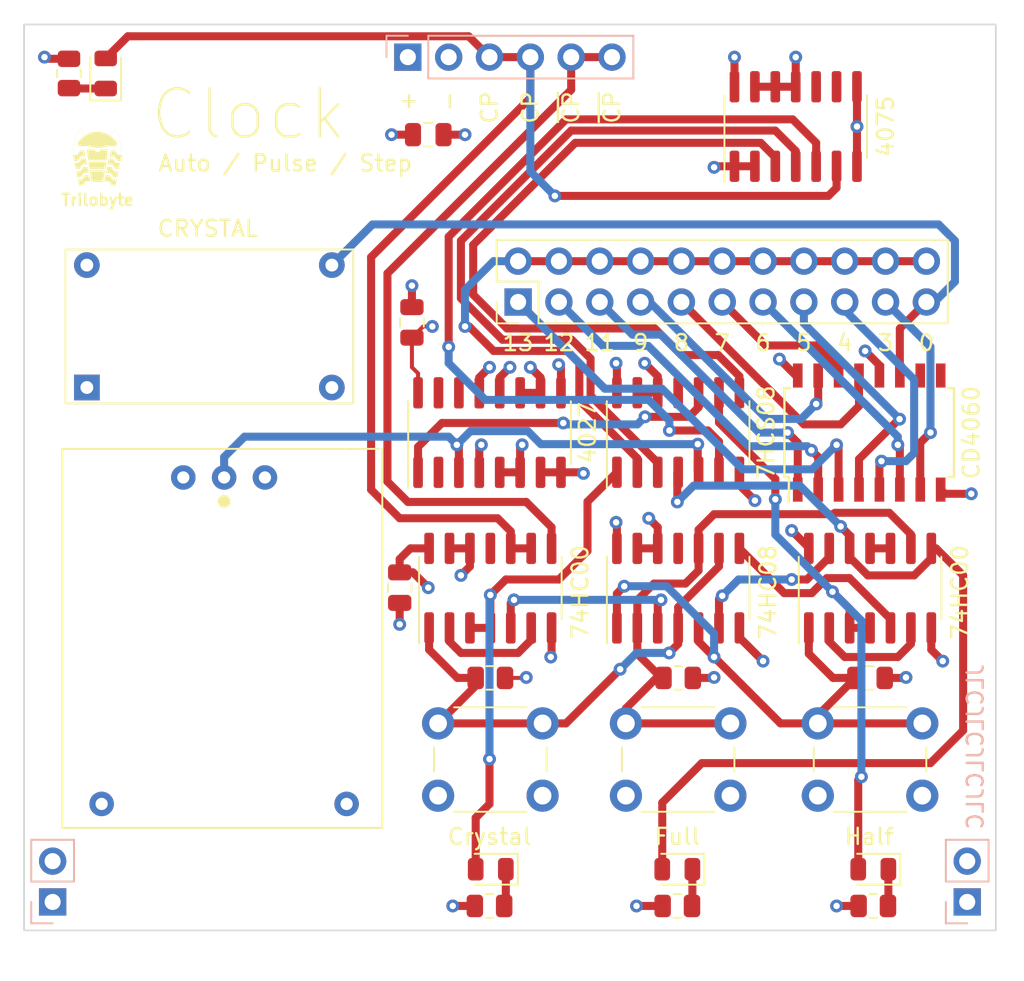
<source format=kicad_pcb>
(kicad_pcb (version 20211014) (generator pcbnew)
  (layers (0 "F.Cu" signal) (1 "In1.Cu" signal) (2 "In2.Cu" signal) (31 "B.Cu" signal) (34 "B.Paste" user) (35 "F.Paste" user) (36 "B.SilkS" user "B.Silkscreen") (37 "F.SilkS" user "F.Silkscreen") (38 "B.Mask" user) (39 "F.Mask" user) (44 "Edge.Cuts" user))
  (net 0 "")
  (net 1 "VCC")
  (net 2 "GND")
  (net 3 "Net-(R1-Pad2)")
  (net 4 "Net-(R2-Pad2)")
  (net 5 "Net-(R3-Pad2)")
  (net 6 "Net-(U1-Pad3)")
  (net 7 "Net-(U1-Pad6)")
  (net 8 "Net-(U1-Pad8)")
  (net 10 "Net-(U2-Pad2)")
  (net 11 "Net-(U2-Pad10)")
  (net 12 "Net-(U3-Pad2)")
  (net 14 "FREQ11")
  (net 16 "FREQ3")
  (net 17 "CLOCK")
  (net 18 "~{CLOCK}")
  (net 19 "FREQ12")
  (net 20 "/CRYSTAL")
  (net 21 "FREQ13")
  (net 22 "FREQ8")
  (net 23 "FREQ9")
  (net 24 "FREQ7")
  (net 25 "FREQ6")
  (net 26 "FREQ5")
  (net 27 "FREQ4")
  (net 28 "/EN2")
  (net 29 "/EN1")
  (net 30 "/EN0")
  (net 31 "/MANUAL_FULL_CLOCK")
  (net 32 "/MANUAL_HALF_CLOCK")
  (net 39 "Net-(J4-Pad21)")
  (net 40 "Net-(D1-Pad1)")
  (net 41 "Net-(D2-Pad1)")
  (net 42 "Net-(D3-Pad1)")
  (net 43 "Net-(D4-Pad1)")
  (net 44 "Net-(U7-Pad3)")
  (net 46 "Net-(U7-Pad4)")
  (net 47 "Net-(U7-Pad5)")
  (footprint "Package_SO:SOIC-14_3.9x8.7mm_P1.27mm" (layer "F.Cu") (at 120.702 105.659 90)
    (fp_text reference "U8" hide)
    (fp_text value "7HCS08")
  )
  (footprint "Package_SO:SOIC-14_3.9x8.7mm_P1.27mm" (layer "F.Cu") (at 109.018 115.347 90)
    (fp_text reference "U3" hide)
    (fp_text value "74HC00")
  )
  (footprint "LED_SMD:LED_0805_2012Metric" (layer "F.Cu") (at 109.0445 132.842 180)
    (fp_text reference "D3" hide)
    (fp_text value "LED" hide)
  )
  (footprint "Package_SO:SOIC-14_3.9x8.7mm_P1.27mm" (layer "F.Cu") (at 120.702 115.347 90)
    (fp_text reference "U1" hide)
    (fp_text value "74HC08")
  )
  (footprint "Button_Switch_THT:SW_PUSH_6mm" (layer "F.Cu") (at 112.268 128.265 180)
    (fp_text reference "SW2" hide)
    (fp_text value "SW_Push" hide)
  )
  (footprint "Resistor_SMD:R_0805_2012Metric" (layer "F.Cu") (at 120.702 120.935 180)
    (fp_text reference "R3" hide)
    (fp_text value "R_Small_US" hide)
  )
  (footprint "Package_SO:SOIC-16_3.9x9.9mm_P1.27mm" (layer "F.Cu") (at 108.966 105.664 90)
    (fp_text reference "U4" hide)
    (fp_text value "4027")
  )
  (footprint "Stephenv6:trilobyte-logo-tiny" (layer "F.Cu") (at 84.572 82.680558)
    (fp_text reference "REF**" hide)
    (fp_text value "trilobyte-logo-tiny" hide)
  )
  (footprint "LED_SMD:LED_0805_2012Metric" (layer "F.Cu") (at 132.842 132.842 180)
    (fp_text reference "D1" hide)
    (fp_text value "LED" hide)
  )
  (footprint "LED_SMD:LED_0805_2012Metric" (layer "F.Cu") (at 85.09 83.312 90)
    (fp_text reference "D4" hide)
    (fp_text value "LED" hide)
  )
  (footprint "Connector_PinHeader_2.54mm:PinHeader_2x11_P2.54mm_Vertical" (layer "F.Cu") (at 110.744 97.536 90)
    (fp_text reference "J4" hide)
    (fp_text value "Conn_02x11_Odd_Even" hide)
  )
  (footprint "Resistor_SMD:R_0805_2012Metric" (layer "F.Cu") (at 132.842 135.128)
    (fp_text reference "R4" hide)
    (fp_text value "R_Small_US" hide)
  )
  (footprint "Button_Switch_THT:SW_PUSH_6mm" (layer "F.Cu") (at 123.952 128.265 180)
    (fp_text reference "SW3" hide)
    (fp_text value "SW_Push" hide)
  )
  (footprint "Capacitor_SMD:C_0805_2012Metric" (layer "F.Cu") (at 104.14 98.806 90)
    (fp_text reference "C1" hide)
    (fp_text value "C" hide)
  )
  (footprint "Resistor_SMD:R_0805_2012Metric" (layer "F.Cu") (at 82.804 83.312 -90)
    (fp_text reference "R7" hide)
    (fp_text value "R_Small_US" hide)
  )
  (footprint "Resistor_SMD:R_0805_2012Metric" (layer "F.Cu") (at 120.65 135.128)
    (fp_text reference "R5" hide)
    (fp_text value "R_Small_US" hide)
  )
  (footprint "Package_SO:SOIC-14_3.9x8.7mm_P1.27mm" (layer "F.Cu") (at 132.64 115.347 90)
    (fp_text reference "U2" hide)
    (fp_text value "74HC00")
  )
  (footprint "LED_SMD:LED_0805_2012Metric" (layer "F.Cu") (at 120.65 132.842 180)
    (fp_text reference "D2" hide)
    (fp_text value "LED" hide)
  )
  (footprint "Resistor_SMD:R_0805_2012Metric" (layer "F.Cu") (at 109.018 120.935 180)
    (fp_text reference "R2" hide)
    (fp_text value "R_Small_US" hide)
  )
  (footprint "Resistor_SMD:R_0805_2012Metric" (layer "F.Cu") (at 132.64 120.935 180)
    (fp_text reference "R1" hide)
    (fp_text value "R_Small_US" hide)
  )
  (footprint "Package_SO:SOIC-16W_5.3x10.2mm_P1.27mm" (layer "F.Cu") (at 132.588 105.664 90)
    (fp_text reference "U6" hide)
    (fp_text value "CD4060")
  )
  (footprint "Capacitor_SMD:C_0805_2012Metric" (layer "F.Cu") (at 105.156 87.122)
    (fp_text reference "C2" hide)
    (fp_text value "C" hide)
  )
  (footprint "LIBRARY-8-bit-computer:COMP-DebounceButton-Component" (layer "F.Cu") (at 89.756 105.158)
    (fp_text reference "U4" hide)
    (fp_text value "DebouncedButton" hide)
  )
  (footprint "Capacitor_SMD:C_0805_2012Metric" (layer "F.Cu") (at 103.378 115.316 -90)
    (fp_text reference "C3" hide)
    (fp_text value "C" hide)
  )
  (footprint "LIBRARY-8-bit-computer:Crystal_DIP_4_14" (layer "F.Cu") (at 79.8475 99.03 90)
    (fp_text reference "Y1" hide)
    (fp_text value "Crystal_GND24" hide)
  )
  (footprint "Button_Switch_THT:SW_PUSH_6mm" (layer "F.Cu") (at 135.89 128.265 180)
    (fp_text reference "SW1" hide)
    (fp_text value "SW_Push" hide)
  )
  (footprint "Package_SO:SOIC-14_3.9x8.7mm_P1.27mm" (layer "F.Cu") (at 128.016 86.614 90)
    (fp_text reference "U7" hide)
    (fp_text value "4075")
  )
  (footprint "Resistor_SMD:R_0805_2012Metric" (layer "F.Cu") (at 108.966 135.128)
    (fp_text reference "R6" hide)
    (fp_text value "R_Small_US" hide)
  )
  (footprint "Connector_PinHeader_2.54mm:PinHeader_1x02_P2.54mm_Vertical" (layer "B.Cu") (at 81.788 134.879)
    (fp_text reference "J3" hide)
    (fp_text value "Conn_01x02" hide)
  )
  (footprint "Connector_PinHeader_2.54mm:PinHeader_1x02_P2.54mm_Vertical" (layer "B.Cu") (at 138.684 134.879)
    (fp_text reference "J2" hide)
    (fp_text value "Conn_01x02" hide)
  )
  (footprint "Connector_PinHeader_2.54mm:PinHeader_1x06_P2.54mm_Vertical" (layer "B.Cu") (at 103.886 82.296 -90)
    (fp_text reference "J1" hide)
    (fp_text value "Conn_01x06" hide)
  )
  (gr_rect (start 80.01 80.264) (end 140.462 136.652) (layer "Edge.Cuts") (width 0.1) (fill none))
  (gr_text "JLCJLCJLCJLC" (at 139.192 125.222 90) (layer "B.SilkS") (effects (font (size 1 1)) (justify mirror)))
  (gr_text "~{CP}" (at 116.586 84.328 90) (layer "F.SilkS") (effects (font (size 1 1)) (justify right)))
  (gr_text "0" (at 136.144 100.076) (layer "F.SilkS") (effects (font (size 1 1))))
  (gr_text "3" (at 133.604 100.076) (layer "F.SilkS") (effects (font (size 1 1))))
  (gr_text "CP" (at 111.506 84.328 90) (layer "F.SilkS") (effects (font (size 1 1)) (justify right)))
  (gr_text "7" (at 123.444 100.076) (layer "F.SilkS") (effects (font (size 1 1))))
  (gr_text "6" (at 125.984 100.076) (layer "F.SilkS") (effects (font (size 1 1))))
  (gr_text "Trilobyte" (at 84.582 91.186) (layer "F.SilkS") (effects (font (size 0.7 0.7))))
  (gr_text "12" (at 113.284 100.076) (layer "F.SilkS") (effects (font (size 1 1))))
  (gr_text "5" (at 128.524 100.076) (layer "F.SilkS") (effects (font (size 1 1))))
  (gr_text "13" (at 110.744 100.076) (layer "F.SilkS") (effects (font (size 1 1))))
  (gr_text "CRYSTAL" (at 91.44 92.964) (layer "F.SilkS") (effects (font (size 1 1))))
  (gr_text "CP" (at 108.966 84.328 90) (layer "F.SilkS") (effects (font (size 1 1)) (justify right)))
  (gr_text "Half" (at 132.588 130.81) (layer "F.SilkS") (effects (font (size 1 1))))
  (gr_text "8" (at 120.904 100.076) (layer "F.SilkS") (effects (font (size 1 1))))
  (gr_text "~{CP}" (at 114.046 84.328 90) (layer "F.SilkS") (effects (font (size 1 1)) (justify right)))
  (gr_text "Full" (at 120.65 130.81) (layer "F.SilkS") (effects (font (size 1 1))))
  (gr_text "9" (at 118.364 100.076) (layer "F.SilkS") (effects (font (size 1 1))))
  (gr_text "+" (at 103.886 84.328 90) (layer "F.SilkS") (effects (font (size 1 1)) (justify right)))
  (gr_text "-" (at 106.426 84.328 90) (layer "F.SilkS") (effects (font (size 1 1)) (justify right)))
  (gr_text "Crystal" (at 108.966 130.81) (layer "F.SilkS") (effects (font (size 1 1))))
  (gr_text "11" (at 115.824 100.076) (layer "F.SilkS") (effects (font (size 1 1))))
  (gr_text "4" (at 131.064 100.076) (layer "F.SilkS") (effects (font (size 1 1))))
  (gr_text "Clock" (at 93.98 85.852) (layer "F.SilkS") (effects (font (size 3 3))))
  (gr_text "Auto / Pulse / Step" (at 96.266 88.9) (layer "F.SilkS") (effects (font (size 1 1))))
  (segment (start 111.221 120.935) (end 111.252 120.904) (width 0.25) (layer "F.Cu") (net 1))
  (segment (start 110.871 106.553) (end 110.998 106.426) (width 0.5) (layer "F.Cu") (net 1))
  (segment (start 121.6145 120.935) (end 122.905 120.935) (width 0.5) (layer "F.Cu") (net 1))
  (segment (start 116.892 112.872) (end 116.892 111.304) (width 0.5) (layer "F.Cu") (net 1))
  (segment (start 104.206 114.366) (end 105.156 115.316) (width 0.5) (layer "F.Cu") (net 1))
  (segment (start 122.905 120.935) (end 122.936 120.904) (width 0.5) (layer "F.Cu") (net 1))
  (segment (start 104.521 103.189) (end 104.521 101.981) (width 0.25) (layer "F.Cu") (net 1))
  (segment (start 116.892 101.398) (end 116.84 101.346) (width 0.5) (layer "F.Cu") (net 1))
  (segment (start 109.9305 120.935) (end 111.221 120.935) (width 0.25) (layer "F.Cu") (net 1))
  (segment (start 109.601 108.139) (end 110.871 108.139) (width 0.5) (layer "F.Cu") (net 1))
  (segment (start 110.871 103.189) (end 112.141 103.189) (width 0.5) (layer "F.Cu") (net 1))
  (segment (start 134.843 120.935) (end 134.874 120.904) (width 0.5) (layer "F.Cu") (net 1))
  (segment (start 104.836 99.06) (end 105.41 99.06) (width 0.25) (layer "F.Cu") (net 1))
  (segment (start 103.378 113.538) (end 103.378 114.366) (width 0.5) (layer "F.Cu") (net 1))
  (segment (start 128.83 112.872) (end 128.83 112.828) (width 0.5) (layer "F.Cu") (net 1))
  (segment (start 105.208 112.872) (end 104.044 112.872) (width 0.5) (layer "F.Cu") (net 1))
  (segment (start 104.044 112.872) (end 103.378 113.538) (width 0.5) (layer "F.Cu") (net 1))
  (segment (start 104.521 101.981) (end 104.14 101.6) (width 0.25) (layer "F.Cu") (net 1))
  (segment (start 112.141 102.235) (end 111.506 101.6) (width 0.5) (layer "F.Cu") (net 1))
  (segment (start 110.871 108.139) (end 110.871 106.553) (width 0.5) (layer "F.Cu") (net 1))
  (segment (start 104.14 99.756) (end 104.836 99.06) (width 0.25) (layer "F.Cu") (net 1))
  (segment (start 133.5525 120.935) (end 134.843 120.935) (width 0.5) (layer "F.Cu") (net 1))
  (segment (start 128.83 112.828) (end 127.762 111.76) (width 0.5) (layer "F.Cu") (net 1))
  (segment (start 108.331 103.189) (end 108.331 102.235) (width 0.5) (layer "F.Cu") (net 1))
  (segment (start 103.378 114.366) (end 104.206 114.366) (width 0.5) (layer "F.Cu") (net 1))
  (segment (start 108.331 102.235) (end 108.966 101.6) (width 0.5) (layer "F.Cu") (net 1))
  (segment (start 128.143 102.235) (end 127 101.092) (width 0.5) (layer "F.Cu") (net 1))
  (segment (start 104.14 101.6) (end 104.14 99.756) (width 0.25) (layer "F.Cu") (net 1))
  (segment (start 124.206 84.139) (end 124.206 82.296) (width 0.5) (layer "F.Cu") (net 1))
  (segment (start 104.206 87.122) (end 102.87 87.122) (width 0.5) (layer "F.Cu") (net 1))
  (segment (start 112.141 103.189) (end 112.141 102.235) (width 0.5) (layer "F.Cu") (net 1))
  (segment (start 116.892 103.184) (end 116.892 101.398) (width 0.5) (layer "F.Cu") (net 1))
  (segment (start 116.892 111.304) (end 116.84 111.252) (width 0.5) (layer "F.Cu") (net 1))
  (via (at 134.874 120.904) (size 0.8) (drill 0.4) (layers "F.Cu" "B.Cu") (net 1))
  (via (at 116.84 111.252) (size 0.8) (drill 0.4) (layers "F.Cu" "B.Cu") (net 1))
  (via (at 108.966 101.6) (size 0.8) (drill 0.4) (layers "F.Cu" "B.Cu") (net 1))
  (via (at 111.252 120.904) (size 0.8) (drill 0.4) (layers "F.Cu" "B.Cu") (net 1))
  (via (at 127 101.092) (size 0.8) (drill 0.4) (layers "F.Cu" "B.Cu") (net 1))
  (via (at 102.87 87.122) (size 0.8) (drill 0.4) (layers "F.Cu" "B.Cu") (net 1))
  (via (at 127.762 111.76) (size 0.8) (drill 0.4) (layers "F.Cu" "B.Cu") (net 1))
  (via (at 110.998 106.426) (size 0.8) (drill 0.4) (layers "F.Cu" "B.Cu") (net 1))
  (via (at 124.206 82.296) (size 0.8) (drill 0.4) (layers "F.Cu" "B.Cu") (net 1))
  (via (at 105.156 115.316) (size 0.8) (drill 0.4) (layers "F.Cu" "B.Cu") (net 1))
  (via (at 111.506 101.6) (size 0.8) (drill 0.4) (layers "F.Cu" "B.Cu") (net 1))
  (via (at 116.84 101.346) (size 0.8) (drill 0.4) (layers "F.Cu" "B.Cu") (net 1))
  (via (at 122.936 120.904) (size 0.8) (drill 0.4) (layers "F.Cu" "B.Cu") (net 1))
  (via (at 105.41 99.06) (size 0.8) (drill 0.4) (layers "F.Cu" "B.Cu") (net 1))
  (segment (start 119.7375 135.128) (end 118.11 135.128) (width 0.5) (layer "F.Cu") (net 2))
  (segment (start 124.206 89.089) (end 125.476 89.089) (width 0.5) (layer "F.Cu") (net 2))
  (segment (start 136.45 117.822) (end 136.45 119.178) (width 0.5) (layer "F.Cu") (net 2))
  (segment (start 108.0535 135.128) (end 106.68 135.128) (width 0.5) (layer "F.Cu") (net 2))
  (segment (start 109.601 102.235) (end 110.236 101.6) (width 0.5) (layer "F.Cu") (net 2))
  (segment (start 124.512 108.9305) (end 125.476 109.8945) (width 0.5) (layer "F.Cu") (net 2))
  (segment (start 137.033 109.209) (end 137.298 109.474) (width 0.5) (layer "F.Cu") (net 2))
  (segment (start 128.016 84.139) (end 128.016 82.296) (width 0.5) (layer "F.Cu") (net 2))
  (segment (start 113.411 101.575925) (end 113.268575 101.4335) (width 0.5) (layer "F.Cu") (net 2))
  (segment (start 131.9295 135.128) (end 130.556 135.128) (width 0.5) (layer "F.Cu") (net 2))
  (segment (start 137.298 109.474) (end 138.938 109.474) (width 0.5) (layer "F.Cu") (net 2))
  (segment (start 124.512 108.134) (end 124.512 108.9305) (width 0.5) (layer "F.Cu") (net 2))
  (segment (start 118.162 103.184) (end 119.432 103.184) (width 0.5) (layer "F.Cu") (net 2))
  (segment (start 82.804 82.3995) (end 81.3835 82.3995) (width 0.5) (layer "F.Cu") (net 2))
  (segment (start 136.45 119.178) (end 137.16 119.888) (width 0.5) (layer "F.Cu") (net 2))
  (segment (start 103.378 116.266) (end 103.378 117.602) (width 0.5) (layer "F.Cu") (net 2))
  (segment (start 133.223 101.473) (end 132.334 100.584) (width 0.5) (layer "F.Cu") (net 2))
  (segment (start 112.828 119.582) (end 112.776 119.634) (width 0.5) (layer "F.Cu") (net 2))
  (segment (start 112.141 108.139) (end 113.411 108.139) (width 0.5) (layer "F.Cu") (net 2))
  (segment (start 104.14 97.856) (end 104.14 96.52) (width 0.5) (layer "F.Cu") (net 2))
  (segment (start 124.206 89.089) (end 123.001 89.089) (width 0.5) (layer "F.Cu") (net 2))
  (segment (start 108.331 108.139) (end 108.331 106.553) (width 0.5) (layer "F.Cu") (net 2))
  (segment (start 107.748 112.872) (end 107.748 113.994) (width 0.5) (layer "F.Cu") (net 2))
  (segment (start 113.411 108.139) (end 114.743 108.139) (width 0.5) (layer "F.Cu") (net 2))
  (segment (start 108.331 106.553) (end 108.458 106.426) (width 0.5) (layer "F.Cu") (net 2))
  (segment (start 119.432 103.184) (end 119.432 102.16) (width 0.5) (layer "F.Cu") (net 2))
  (segment (start 119.432 102.16) (end 118.618 101.346) (width 0.5) (layer "F.Cu") (net 2))
  (segment (start 118.162 112.872) (end 119.432 112.872) (width 0.5) (layer "F.Cu") (net 2))
  (segment (start 114.743 108.139) (end 114.808 108.204) (width 0.5) (layer "F.Cu") (net 2))
  (segment (start 124.512 118.416) (end 125.984 119.888) (width 0.5) (layer "F.Cu") (net 2))
  (segment (start 123.001 89.089) (end 122.936 89.154) (width 0.5) (layer "F.Cu") (net 2))
  (segment (start 106.106 87.122) (end 107.442 87.122) (width 0.5) (layer "F.Cu") (net 2))
  (segment (start 119.432 112.872) (end 119.432 111.558) (width 0.5) (layer "F.Cu") (net 2))
  (segment (start 112.828 117.822) (end 112.828 119.582) (width 0.5) (layer "F.Cu") (net 2))
  (segment (start 109.601 103.189) (end 109.601 102.235) (width 0.5) (layer "F.Cu") (net 2))
  (segment (start 133.223 102.109) (end 133.223 101.473) (width 0.5) (layer "F.Cu") (net 2))
  (segment (start 131.826 86.614) (end 131.826 89.089) (width 0.5) (layer "F.Cu") (net 2))
  (segment (start 106.478 112.872) (end 107.748 112.872) (width 0.5) (layer "F.Cu") (net 2))
  (segment (start 107.748 113.994) (end 107.188 114.554) (width 0.5) (layer "F.Cu") (net 2))
  (segment (start 124.512 117.822) (end 124.512 118.416) (width 0.5) (layer "F.Cu") (net 2))
  (segment (start 119.432 111.558) (end 118.872 110.998) (width 0.5) (layer "F.Cu") (net 2))
  (segment (start 113.411 103.189) (end 113.411 101.575925) (width 0.5) (layer "F.Cu") (net 2))
  (segment (start 81.3835 82.3995) (end 81.28 82.296) (width 0.5) (layer "F.Cu") (net 2))
  (segment (start 131.826 84.139) (end 131.826 86.614) (width 0.5) (layer "F.Cu") (net 2))
  (segment (start 125.476 84.139) (end 128.016 84.139) (width 0.5) (layer "F.Cu") (net 2))
  (via (at 106.68 135.128) (size 0.8) (drill 0.4) (layers "F.Cu" "B.Cu") (net 2))
  (via (at 130.556 135.128) (size 0.8) (drill 0.4) (layers "F.Cu" "B.Cu") (net 2))
  (via (at 104.14 96.52) (size 0.8) (drill 0.4) (layers "F.Cu" "B.Cu") (net 2))
  (via (at 81.28 82.296) (size 0.8) (drill 0.4) (layers "F.Cu" "B.Cu") (net 2))
  (via (at 137.16 119.888) (size 0.8) (drill 0.4) (layers "F.Cu" "B.Cu") (net 2))
  (via (at 112.776 119.634) (size 0.8) (drill 0.4) (layers "F.Cu" "B.Cu") (net 2))
  (via (at 114.808 108.204) (size 0.8) (drill 0.4) (layers "F.Cu" "B.Cu") (net 2))
  (via (at 131.826 86.614) (size 0.8) (drill 0.4) (layers "F.Cu" "B.Cu") (net 2))
  (via (at 110.236 101.6) (size 0.8) (drill 0.4) (layers "F.Cu" "B.Cu") (net 2))
  (via (at 103.378 117.602) (size 0.8) (drill 0.4) (layers "F.Cu" "B.Cu") (net 2))
  (via (at 118.11 135.128) (size 0.8) (drill 0.4) (layers "F.Cu" "B.Cu") (net 2))
  (via (at 108.458 106.426) (size 0.8) (drill 0.4) (layers "F.Cu" "B.Cu") (net 2))
  (via (at 128.016 82.296) (size 0.8) (drill 0.4) (layers "F.Cu" "B.Cu") (net 2))
  (via (at 118.618 101.346) (size 0.8) (drill 0.4) (layers "F.Cu" "B.Cu") (net 2))
  (via (at 132.334 100.584) (size 0.8) (drill 0.4) (layers "F.Cu" "B.Cu") (net 2))
  (via (at 118.872 110.998) (size 0.8) (drill 0.4) (layers "F.Cu" "B.Cu") (net 2))
  (via (at 107.188 114.554) (size 0.8) (drill 0.4) (layers "F.Cu" "B.Cu") (net 2))
  (via (at 122.936 89.154) (size 0.8) (drill 0.4) (layers "F.Cu" "B.Cu") (net 2))
  (via (at 138.938 109.474) (size 0.8) (drill 0.4) (layers "F.Cu" "B.Cu") (net 2))
  (via (at 125.984 119.888) (size 0.8) (drill 0.4) (layers "F.Cu" "B.Cu") (net 2))
  (via (at 125.476 109.8945) (size 0.8) (drill 0.4) (layers "F.Cu" "B.Cu") (net 2))
  (via (at 107.442 87.122) (size 0.8) (drill 0.4) (layers "F.Cu" "B.Cu") (net 2))
  (via (at 113.268575 101.4335) (size 0.8) (drill 0.4) (layers "F.Cu" "B.Cu") (net 2))
  (segment (start 121.972 118.67) (end 127.067 123.765) (width 0.5) (layer "F.Cu") (net 3))
  (segment (start 129.39 123.2725) (end 131.7275 120.935) (width 0.5) (layer "F.Cu") (net 3))
  (segment (start 130.333 120.935) (end 128.83 119.432) (width 0.5) (layer "F.Cu") (net 3))
  (segment (start 131.7275 120.935) (end 130.333 120.935) (width 0.5) (layer "F.Cu") (net 3))
  (segment (start 135.89 123.765) (end 129.39 123.765) (width 0.5) (layer "F.Cu") (net 3))
  (segment (start 127.067 123.765) (end 129.39 123.765) (width 0.5) (layer "F.Cu") (net 3))
  (segment (start 116.892 115.6845) (end 117.348 115.2285) (width 0.5) (layer "F.Cu") (net 3))
  (segment (start 128.83 119.432) (end 128.83 117.822) (width 0.5) (layer "F.Cu") (net 3))
  (segment (start 121.972 117.822) (end 121.972 118.67) (width 0.5) (layer "F.Cu") (net 3))
  (segment (start 116.892 117.822) (end 116.892 115.6845) (width 0.5) (layer "F.Cu") (net 3))
  (via (at 117.348 115.2285) (size 0.8) (drill 0.4) (layers "F.Cu" "B.Cu") (net 3))
  (via (at 122.936 119.634) (size 0.8) (drill 0.4) (layers "F.Cu" "B.Cu") (net 3))
  (segment (start 117.348 115.2285) (end 119.985876 115.228499) (width 0.5) (layer "B.Cu") (net 3))
  (segment (start 122.936 118.178623) (end 122.936 119.634) (width 0.5) (layer "B.Cu") (net 3))
  (segment (start 119.985876 115.228499) (end 122.936 118.178623) (width 0.5) (layer "B.Cu") (net 3))
  (segment (start 120.702 116.534) (end 120.702 117.822) (width 0.5) (layer "F.Cu") (net 4))
  (segment (start 123.242 112.872) (end 123.242 113.994) (width 0.5) (layer "F.Cu") (net 4))
  (segment (start 106.965 120.935) (end 108.1055 120.935) (width 0.5) (layer "F.Cu") (net 4))
  (segment (start 123.242 113.994) (end 120.702 116.534) (width 0.5) (layer "F.Cu") (net 4))
  (segment (start 117.094 120.396) (end 113.725 123.765) (width 0.5) (layer "F.Cu") (net 4))
  (segment (start 113.725 123.765) (end 112.268 123.765) (width 0.5) (layer "F.Cu") (net 4))
  (segment (start 120.702 118.82) (end 120.142 119.38) (width 0.5) (layer "F.Cu") (net 4))
  (segment (start 120.702 117.822) (end 120.702 118.82) (width 0.5) (layer "F.Cu") (net 4))
  (segment (start 105.208 117.822) (end 105.208 119.178) (width 0.5) (layer "F.Cu") (net 4))
  (segment (start 108.1055 120.935) (end 108.1055 121.4275) (width 0.5) (layer "F.Cu") (net 4))
  (segment (start 112.268 123.765) (end 105.768 123.765) (width 0.5) (layer "F.Cu") (net 4))
  (segment (start 105.208 119.178) (end 106.965 120.935) (width 0.5) (layer "F.Cu") (net 4))
  (segment (start 108.1055 121.4275) (end 105.768 123.765) (width 0.5) (layer "F.Cu") (net 4))
  (via (at 120.142 119.38) (size 0.8) (drill 0.4) (layers "F.Cu" "B.Cu") (net 4))
  (via (at 117.094 120.396) (size 0.8) (drill 0.4) (layers "F.Cu" "B.Cu") (net 4))
  (segment (start 118.11 119.38) (end 117.094 120.396) (width 0.5) (layer "B.Cu") (net 4))
  (segment (start 118.11 119.38) (end 120.142 119.38) (width 0.5) (layer "B.Cu") (net 4))
  (segment (start 123.952 123.765) (end 117.452 123.765) (width 0.5) (layer "F.Cu") (net 5))
  (segment (start 119.349 120.935) (end 117.452 122.832) (width 0.5) (layer "F.Cu") (net 5))
  (segment (start 135.18 111.997377) (end 135.18 112.872) (width 0.5) (layer "F.Cu") (net 5))
  (segment (start 133.839122 110.656499) (end 135.18 111.997377) (width 0.5) (layer "F.Cu") (net 5))
  (segment (start 121.158 115.062) (end 121.972 114.248) (width 0.5) (layer "F.Cu") (net 5))
  (segment (start 122.936 110.744) (end 130.370623 110.744) (width 0.5) (layer "F.Cu") (net 5))
  (segment (start 121.972 111.708) (end 122.936 110.744) (width 0.5) (layer "F.Cu") (net 5))
  (segment (start 118.162 119.432) (end 119.665 120.935) (width 0.5) (layer "F.Cu") (net 5))
  (segment (start 119.194623 115.062) (end 121.158 115.062) (width 0.5) (layer "F.Cu") (net 5))
  (segment (start 118.162 117.822) (end 118.162 119.432) (width 0.5) (layer "F.Cu") (net 5))
  (segment (start 121.972 114.248) (end 121.972 112.872) (width 0.5) (layer "F.Cu") (net 5))
  (segment (start 118.162 116.094623) (end 119.194623 115.062) (width 0.5) (layer "F.Cu") (net 5))
  (segment (start 121.972 112.872) (end 121.972 111.708) (width 0.5) (layer "F.Cu") (net 5))
  (segment (start 119.349 120.935) (end 119.7895 120.935) (width 0.5) (layer "F.Cu") (net 5))
  (segment (start 117.452 122.832) (end 117.452 123.765) (width 0.5) (layer "F.Cu") (net 5))
  (segment (start 118.162 117.822) (end 118.162 116.094623) (width 0.5) (layer "F.Cu") (net 5))
  (segment (start 130.458124 110.656499) (end 133.839122 110.656499) (width 0.5) (layer "F.Cu") (net 5))
  (segment (start 130.370623 110.744) (end 130.458124 110.656499) (width 0.5) (layer "F.Cu") (net 5))
  (segment (start 110.49 116.078) (end 110.288 116.28) (width 0.5) (layer "F.Cu") (net 6))
  (segment (start 119.432 116.28) (end 119.634 116.078) (width 0.5) (layer "F.Cu") (net 6))
  (segment (start 110.288 116.28) (end 110.288 117.822) (width 0.5) (layer "F.Cu") (net 6))
  (segment (start 119.432 117.822) (end 119.432 116.28) (width 0.5) (layer "F.Cu") (net 6))
  (via (at 110.49 116.078) (size 0.8) (drill 0.4) (layers "F.Cu" "B.Cu") (net 6))
  (via (at 119.634 116.078) (size 0.8) (drill 0.4) (layers "F.Cu" "B.Cu") (net 6))
  (segment (start 110.49 116.078) (end 119.634 116.078) (width 0.5) (layer "B.Cu") (net 6))
  (segment (start 130.1 113.424849) (end 128.716849 114.808) (width 0.5) (layer "F.Cu") (net 7))
  (segment (start 123.444 115.824) (end 123.242 116.026) (width 0.5) (layer "F.Cu") (net 7))
  (segment (start 123.242 116.026) (end 123.242 117.822) (width 0.5) (layer "F.Cu") (net 7))
  (segment (start 128.716849 114.808) (end 127.762 114.808) (width 0.5) (layer "F.Cu") (net 7))
  (via (at 123.444 115.824) (size 0.8) (drill 0.4) (layers "F.Cu" "B.Cu") (net 7))
  (via (at 127.762 114.808) (size 0.8) (drill 0.4) (layers "F.Cu" "B.Cu") (net 7))
  (segment (start 127.762 114.808) (end 124.46 114.808) (width 0.5) (layer "B.Cu") (net 7))
  (segment (start 124.46 114.808) (end 123.444 115.824) (width 0.5) (layer "B.Cu") (net 7))
  (segment (start 129.013122 115.657501) (end 129.950124 114.720499) (width 0.5) (layer "F.Cu") (net 8))
  (segment (start 127.297501 115.657501) (end 129.013122 115.657501) (width 0.5) (layer "F.Cu") (net 8))
  (segment (start 129.950124 114.720499) (end 131.361348 114.720499) (width 0.5) (layer "F.Cu") (net 8))
  (segment (start 131.361348 114.720499) (end 133.91 117.269151) (width 0.5) (layer "F.Cu") (net 8))
  (segment (start 124.512 112.872) (end 127.297501 115.657501) (width 0.5) (layer "F.Cu") (net 8))
  (segment (start 134.366 119.634) (end 135.18 118.82) (width 0.5) (layer "F.Cu") (net 10))
  (segment (start 131.064 119.634) (end 134.366 119.634) (width 0.5) (layer "F.Cu") (net 10))
  (segment (start 135.18 118.82) (end 135.18 117.822) (width 0.5) (layer "F.Cu") (net 10))
  (segment (start 130.1 118.67) (end 131.064 119.634) (width 0.5) (layer "F.Cu") (net 10))
  (segment (start 130.1 117.822) (end 130.1 118.67) (width 0.5) (layer "F.Cu") (net 10))
  (segment (start 133.91 112.872) (end 132.64 112.872) (width 0.5) (layer "F.Cu") (net 11))
  (segment (start 106.478 118.67) (end 106.478 117.822) (width 0.5) (layer "F.Cu") (net 12))
  (segment (start 107.188 119.38) (end 106.478 118.67) (width 0.5) (layer "F.Cu") (net 12))
  (segment (start 111.558 118.566) (end 110.744 119.38) (width 0.5) (layer "F.Cu") (net 12))
  (segment (start 111.558 117.822) (end 111.558 118.566) (width 0.5) (layer "F.Cu") (net 12))
  (segment (start 110.744 119.38) (end 107.188 119.38) (width 0.5) (layer "F.Cu") (net 12))
  (segment (start 128.143 106.299) (end 128.143 109.209) (width 0.5) (layer "F.Cu") (net 14))
  (segment (start 127.508 105.664) (end 128.143 106.299) (width 0.5) (layer "F.Cu") (net 14))
  (via (at 127.508 105.664) (size 0.8) (drill 0.4) (layers "F.Cu" "B.Cu") (net 14))
  (segment (start 117.856 99.568) (end 119.634 99.568) (width 0.5) (layer "B.Cu") (net 14))
  (segment (start 125.73 105.664) (end 127.508 105.664) (width 0.5) (layer "B.Cu") (net 14))
  (segment (start 115.824 97.536) (end 117.856 99.568) (width 0.5) (layer "B.Cu") (net 14))
  (segment (start 119.634 99.568) (end 125.73 105.664) (width 0.5) (layer "B.Cu") (net 14))
  (segment (start 136.398 105.664) (end 135.763 106.299) (width 0.5) (layer "F.Cu") (net 16))
  (segment (start 135.763 106.299) (end 135.763 109.209) (width 0.5) (layer "F.Cu") (net 16))
  (via (at 136.398 105.664) (size 0.8) (drill 0.4) (layers "F.Cu" "B.Cu") (net 16))
  (segment (start 133.604 97.536) (end 136.398 100.33) (width 0.5) (layer "B.Cu") (net 16))
  (segment (start 136.398 100.33) (end 136.398 105.664) (width 0.5) (layer "B.Cu") (net 16))
  (segment (start 130.556 89.089) (end 130.556 90.424) (width 0.5) (layer "F.Cu") (net 17))
  (segment (start 111.506 84.836) (end 111.506 82.296) (width 0.5) (layer "F.Cu") (net 17))
  (segment (start 103.378 110.998) (end 101.6 109.22) (width 0.5) (layer "F.Cu") (net 17))
  (segment (start 109.474 110.998) (end 103.378 110.998) (width 0.5) (layer "F.Cu") (net 17))
  (segment (start 110.288 111.812) (end 109.474 110.998) (width 0.5) (layer "F.Cu") (net 17))
  (segment (start 101.6 94.742) (end 111.506 84.836) (width 0.5) (layer "F.Cu") (net 17))
  (segment (start 107.666489 80.996489) (end 86.468011 80.996489) (width 0.5) (layer "F.Cu") (net 17))
  (segment (start 110.288 112.872) (end 110.288 111.812) (width 0.5) (layer "F.Cu") (net 17))
  (segment (start 108.966 82.296) (end 111.506 82.296) (width 0.5) (layer "F.Cu") (net 17))
  (segment (start 111.558 112.872) (end 110.288 112.872) (width 0.5) (layer "F.Cu") (net 17))
  (segment (start 101.6 109.22) (end 101.6 94.742) (width 0.5) (layer "F.Cu") (net 17))
  (segment (start 108.966 82.296) (end 107.666489 80.996489) (width 0.5) (layer "F.Cu") (net 17))
  (segment (start 86.468011 80.996489) (end 85.09 82.3745) (width 0.5) (layer "F.Cu") (net 17))
  (segment (start 130.556 90.424) (end 130.048 90.932) (width 0.5) (layer "F.Cu") (net 17))
  (segment (start 130.048 90.932) (end 113.03 90.932) (width 0.5) (layer "F.Cu") (net 17))
  (via (at 113.03 90.932) (size 0.8) (drill 0.4) (layers "F.Cu" "B.Cu") (net 17))
  (segment (start 111.506 89.408) (end 111.506 82.296) (width 0.5) (layer "B.Cu") (net 17))
  (segment (start 113.03 90.932) (end 111.506 89.408) (width 0.5) (layer "B.Cu") (net 17))
  (segment (start 102.616 95.758) (end 114.046 84.328) (width 0.5) (layer "F.Cu") (net 18))
  (segment (start 116.586 82.296) (end 114.046 82.296) (width 0.5) (layer "F.Cu") (net 18))
  (segment (start 111.252 109.982) (end 103.886 109.982) (width 0.5) (layer "F.Cu") (net 18))
  (segment (start 112.828 112.872) (end 112.828 111.558) (width 0.5) (layer "F.Cu") (net 18))
  (segment (start 112.828 111.558) (end 111.252 109.982) (width 0.5) (layer "F.Cu") (net 18))
  (segment (start 102.616 108.712) (end 102.616 95.758) (width 0.5) (layer "F.Cu") (net 18))
  (segment (start 114.046 84.328) (end 114.046 82.296) (width 0.5) (layer "F.Cu") (net 18))
  (segment (start 103.886 109.982) (end 102.616 108.712) (width 0.5) (layer "F.Cu") (net 18))
  (segment (start 129.413 109.209) (end 129.413 107.186403) (width 0.5) (layer "F.Cu") (net 19))
  (segment (start 129.413 107.186403) (end 128.9925 106.765903) (width 0.5) (layer "F.Cu") (net 19))
  (via (at 128.9925 106.765903) (size 0.8) (drill 0.4) (layers "F.Cu" "B.Cu") (net 19))
  (segment (start 128.740098 106.513501) (end 128.9925 106.765903) (width 0.5) (layer "B.Cu") (net 19))
  (segment (start 125.082244 106.513501) (end 128.740098 106.513501) (width 0.5) (layer "B.Cu") (net 19))
  (segment (start 116.015511 100.267511) (end 118.836254 100.267511) (width 0.5) (layer "B.Cu") (net 19))
  (segment (start 118.836254 100.267511) (end 125.082244 106.513501) (width 0.5) (layer "B.Cu") (net 19))
  (segment (start 113.284 97.536) (end 116.015511 100.267511) (width 0.5) (layer "B.Cu") (net 19))
  (segment (start 118.162 108.134) (end 118.162 107.266107) (width 0.5) (layer "F.Cu") (net 20))
  (segment (start 113.792 100.584) (end 112.014 100.584) (width 0.5) (layer "F.Cu") (net 20))
  (segment (start 109.22 100.584) (end 108.712 100.076) (width 0.5) (layer "F.Cu") (net 20))
  (segment (start 114.554 103.124) (end 114.554 101.346) (width 0.5) (layer "F.Cu") (net 20))
  (segment (start 118.162 107.266107) (end 114.554 103.658107) (width 0.5) (layer "F.Cu") (net 20))
  (segment (start 108.712 100.076) (end 107.696 99.06) (width 0.5) (layer "F.Cu") (net 20))
  (segment (start 114.554 101.346) (end 113.792 100.584) (width 0.5) (layer "F.Cu") (net 20))
  (segment (start 114.554 103.658107) (end 114.554 103.124) (width 0.5) (layer "F.Cu") (net 20))
  (segment (start 107.696 99.06) (end 107.442 99.06) (width 0.5) (layer "F.Cu") (net 20))
  (segment (start 112.014 100.584) (end 109.22 100.584) (width 0.5) (layer "F.Cu") (net 20))
  (segment (start 110.744 94.996) (end 136.144 94.996) (width 0.5) (layer "F.Cu") (net 20))
  (via (at 107.442 99.06) (size 0.8) (drill 0.4) (layers "F.Cu" "B.Cu") (net 20))
  (segment (start 107.442 99.06) (end 107.442 96.774) (width 0.5) (layer "B.Cu") (net 20))
  (segment (start 109.22 94.996) (end 110.744 94.996) (width 0.5) (layer "B.Cu") (net 20))
  (segment (start 107.442 96.774) (end 109.22 94.996) (width 0.5) (layer "B.Cu") (net 20))
  (segment (start 130.683 106.553) (end 130.683 109.209) (width 0.5) (layer "F.Cu") (net 21))
  (segment (start 130.556 106.426) (end 130.683 106.553) (width 0.5) (layer "F.Cu") (net 21))
  (via (at 130.556 106.426) (size 0.8) (drill 0.4) (layers "F.Cu" "B.Cu") (net 21))
  (segment (start 129.032 107.95) (end 130.556 106.426) (width 0.5) (layer "B.Cu") (net 21))
  (segment (start 110.744 97.536) (end 116.14049 102.93249) (width 0.5) (layer "B.Cu") (net 21))
  (segment (start 119.69649 102.93249) (end 124.714 107.95) (width 0.5) (layer "B.Cu") (net 21))
  (segment (start 124.714 107.95) (end 129.032 107.95) (width 0.5) (layer "B.Cu") (net 21))
  (segment (start 116.14049 102.93249) (end 119.69649 102.93249) (width 0.5) (layer "B.Cu") (net 21))
  (segment (start 131.953 104.013) (end 131.953 102.109) (width 0.5) (layer "F.Cu") (net 22))
  (segment (start 128.524 105.156) (end 130.81 105.156) (width 0.5) (layer "F.Cu") (net 22))
  (segment (start 120.904 97.536) (end 128.524 105.156) (width 0.5) (layer "F.Cu") (net 22))
  (segment (start 130.81 105.156) (end 131.953 104.013) (width 0.5) (layer "F.Cu") (net 22))
  (segment (start 129.413 102.109) (end 129.413 103.759) (width 0.5) (layer "F.Cu") (net 23))
  (segment (start 129.413 103.759) (end 129.286 103.886) (width 0.5) (layer "F.Cu") (net 23))
  (via (at 129.286 103.886) (size 0.8) (drill 0.4) (layers "F.Cu" "B.Cu") (net 23))
  (segment (start 118.925485 97.536) (end 126.203984 104.814499) (width 0.5) (layer "B.Cu") (net 23))
  (segment (start 128.357501 104.814499) (end 129.286 103.886) (width 0.5) (layer "B.Cu") (net 23))
  (segment (start 126.203984 104.814499) (end 128.357501 104.814499) (width 0.5) (layer "B.Cu") (net 23))
  (segment (start 130.683 101.659) (end 130.683 102.109) (width 0.5) (layer "F.Cu") (net 24))
  (segment (start 129.266499 100.242499) (end 130.683 101.659) (width 0.5) (layer "F.Cu") (net 24))
  (segment (start 123.444 97.536) (end 126.150499 100.242499) (width 0.5) (layer "F.Cu") (net 24))
  (segment (start 126.150499 100.242499) (end 129.266499 100.242499) (width 0.5) (layer "F.Cu") (net 24))
  (segment (start 134.366 106.426) (end 134.493 106.553) (width 0.5) (layer "F.Cu") (net 25))
  (segment (start 134.493 106.553) (end 134.493 109.209) (width 0.5) (layer "F.Cu") (net 25))
  (via (at 134.366 106.426) (size 0.8) (drill 0.4) (layers "F.Cu" "B.Cu") (net 25))
  (segment (start 125.984 97.536) (end 134.366 105.918) (width 0.5) (layer "B.Cu") (net 25))
  (segment (start 134.366 105.918) (end 134.366 106.426) (width 0.5) (layer "B.Cu") (net 25))
  (segment (start 131.953 109.209) (end 131.953 107.315) (width 0.5) (layer "F.Cu") (net 26))
  (segment (start 134.440915 104.827085) (end 134.476461 104.827085) (width 0.5) (layer "F.Cu") (net 26))
  (segment (start 131.953 107.315) (end 134.440915 104.827085) (width 0.5) (layer "F.Cu") (net 26))
  (via (at 134.476461 104.827085) (size 0.8) (drill 0.4) (layers "F.Cu" "B.Cu") (net 26))
  (segment (start 128.524 97.536) (end 128.524 98.874624) (width 0.5) (layer "B.Cu") (net 26))
  (segment (start 128.524 98.874624) (end 134.476461 104.827085) (width 0.5) (layer "B.Cu") (net 26))
  (segment (start 133.35 107.442) (end 133.223 107.569) (width 0.5) (layer "F.Cu") (net 27))
  (segment (start 133.223 107.569) (end 133.223 109.209) (width 0.5) (layer "F.Cu") (net 27))
  (via (at 133.35 107.442) (size 0.8) (drill 0.4) (layers "F.Cu" "B.Cu") (net 27))
  (segment (start 135.382 102.362) (end 135.382 106.934) (width 0.5) (layer "B.Cu") (net 27))
  (segment (start 135.382 106.934) (end 135.128 107.188) (width 0.5) (layer "B.Cu") (net 27))
  (segment (start 131.064 98.044) (end 135.382 102.362) (width 0.5) (layer "B.Cu") (net 27))
  (segment (start 135.128 107.188) (end 134.874 107.442) (width 0.5) (layer "B.Cu") (net 27))
  (segment (start 134.874 107.442) (end 133.35 107.442) (width 0.5) (layer "B.Cu") (net 27))
  (segment (start 131.9045 132.842) (end 131.9045 127.284338) (width 0.5) (layer "F.Cu") (net 28))
  (segment (start 131.37 116.638) (end 130.302 115.57) (width 0.5) (layer "F.Cu") (net 28))
  (segment (start 132.64 117.822) (end 131.37 117.822) (width 0.5) (layer "F.Cu") (net 28))
  (segment (start 123.242 103.184) (end 123.242 105.041151) (width 0.5) (layer "F.Cu") (net 28))
  (segment (start 123.242 105.041151) (end 126.746 108.545151) (width 0.5) (layer "F.Cu") (net 28))
  (segment (start 126.746 108.545151) (end 126.746 109.8155) (width 0.5) (layer "F.Cu") (net 28))
  (segment (start 131.37 117.822) (end 131.37 116.638) (width 0.5) (layer "F.Cu") (net 28))
  (segment (start 131.9045 127.284338) (end 132.101338 127.0875) (width 0.5) (layer "F.Cu") (net 28))
  (via (at 130.302 115.57) (size 0.8) (drill 0.4) (layers "F.Cu" "B.Cu") (net 28))
  (via (at 132.101338 127.0875) (size 0.8) (drill 0.4) (layers "F.Cu" "B.Cu") (net 28))
  (via (at 126.746 109.8155) (size 0.8) (drill 0.4) (layers "F.Cu" "B.Cu") (net 28))
  (segment (start 132.101338 117.369338) (end 132.101338 127.0875) (width 0.5) (layer "B.Cu") (net 28))
  (segment (start 126.746 112.014) (end 126.746 109.8155) (width 0.5) (layer "B.Cu") (net 28))
  (segment (start 130.302 115.57) (end 132.101338 117.369338) (width 0.5) (layer "B.Cu") (net 28))
  (segment (start 130.302 115.57) (end 126.746 112.014) (width 0.5) (layer "B.Cu") (net 28))
  (segment (start 119.7125 128.6995) (end 122.174 126.238) (width 0.5) (layer "F.Cu") (net 29))
  (segment (start 136.398 126.238) (end 138.43 124.206) (width 0.5) (layer "F.Cu") (net 29))
  (segment (start 136.748 112.872) (end 136.45 112.872) (width 0.5) (layer "F.Cu") (net 29))
  (segment (start 132.499151 114.554) (end 131.37 113.424849) (width 0.5) (layer "F.Cu") (net 29))
  (segment (start 138.43 114.554) (end 136.748 112.872) (width 0.5) (layer "F.Cu") (net 29))
  (segment (start 120.65 108.186) (end 120.702 108.134) (width 0.5) (layer "F.Cu") (net 29))
  (segment (start 135.382 114.554) (end 132.499151 114.554) (width 0.5) (layer "F.Cu") (net 29))
  (segment (start 122.174 126.238) (end 136.398 126.238) (width 0.5) (layer "F.Cu") (net 29))
  (segment (start 119.7125 132.842) (end 119.7125 128.6995) (width 0.5) (layer "F.Cu") (net 29))
  (segment (start 136.45 113.486) (end 135.382 114.554) (width 0.5) (layer "F.Cu") (net 29))
  (segment (start 138.43 124.206) (end 138.43 114.554) (width 0.5) (layer "F.Cu") (net 29))
  (segment (start 131.37 112.066) (end 130.81 111.506) (width 0.5) (layer "F.Cu") (net 29))
  (segment (start 120.65 109.982) (end 120.65 108.186) (width 0.5) (layer "F.Cu") (net 29))
  (segment (start 131.37 112.872) (end 131.37 112.066) (width 0.5) (layer "F.Cu") (net 29))
  (via (at 120.65 109.982) (size 0.8) (drill 0.4) (layers "F.Cu" "B.Cu") (net 29))
  (via (at 130.81 111.506) (size 0.8) (drill 0.4) (layers "F.Cu" "B.Cu") (net 29))
  (segment (start 121.666 108.966) (end 128.27 108.966) (width 0.5) (layer "B.Cu") (net 29))
  (segment (start 120.65 109.982) (end 121.666 108.966) (width 0.5) (layer "B.Cu") (net 29))
  (segment (start 128.27 108.966) (end 130.81 111.506) (width 0.5) (layer "B.Cu") (net 29))
  (segment (start 115.062 109.964) (end 116.892 108.134) (width 0.5) (layer "F.Cu") (net 30))
  (segment (start 108.107 132.842) (end 108.107 129.637) (width 0.5) (layer "F.Cu") (net 30))
  (segment (start 109.018 117.822) (end 109.018 115.772) (width 0.5) (layer "F.Cu") (net 30))
  (segment (start 108.966 128.778) (end 108.966 125.984) (width 0.5) (layer "F.Cu") (net 30))
  (segment (start 108.204 129.54) (end 108.966 128.778) (width 0.5) (layer "F.Cu") (net 30))
  (segment (start 115.062 113.03) (end 115.062 109.964) (width 0.5) (layer "F.Cu") (net 30))
  (segment (start 109.982 114.808) (end 113.284 114.808) (width 0.5) (layer "F.Cu") (net 30))
  (segment (start 108.107 129.637) (end 108.204 129.54) (width 0.5) (layer "F.Cu") (net 30))
  (segment (start 107.748 117.822) (end 109.018 117.822) (width 0.5) (layer "F.Cu") (net 30))
  (segment (start 113.284 114.808) (end 115.062 113.03) (width 0.5) (layer "F.Cu") (net 30))
  (segment (start 109.018 115.772) (end 109.982 114.808) (width 0.5) (layer "F.Cu") (net 30))
  (via (at 108.966 125.984) (size 0.8) (drill 0.4) (layers "F.Cu" "B.Cu") (net 30))
  (via (at 109.018 115.772) (size 0.8) (drill 0.4) (layers "F.Cu" "B.Cu") (net 30))
  (segment (start 108.966 125.984) (end 108.966 115.824) (width 0.5) (layer "B.Cu") (net 30))
  (segment (start 108.966 115.824) (end 109.018 115.772) (width 0.5) (layer "B.Cu") (net 30))
  (segment (start 121.972 108.134) (end 121.92 108.082) (width 0.5) (layer "F.Cu") (net 31))
  (segment (start 106.934 106.426) (end 107.061 106.553) (width 0.5) (layer "F.Cu") (net 31))
  (segment (start 121.92 108.082) (end 121.92 106.383989) (width 0.5) (layer "F.Cu") (net 31))
  (segment (start 107.061 106.553) (end 107.061 108.139) (width 0.5) (layer "F.Cu") (net 31))
  (via (at 121.92 106.383989) (size 0.8) (drill 0.4) (layers "F.Cu" "B.Cu") (net 31))
  (via (at 106.934 106.426) (size 0.8) (drill 0.4) (layers "F.Cu" "B.Cu") (net 31))
  (segment (start 93.472 106.172) (end 93.726 105.918) (width 0.5) (layer "B.Cu") (net 31))
  (segment (start 111.349876 105.576499) (end 112.157366 106.383989) (width 0.5) (layer "B.Cu") (net 31))
  (segment (start 106.934 106.426) (end 107.783501 105.576499) (width 0.5) (layer "B.Cu") (net 31))
  (segment (start 112.157366 106.383989) (end 121.92 106.383989) (width 0.5) (layer "B.Cu") (net 31))
  (segment (start 106.426 105.918) (end 106.934 106.426) (width 0.5) (layer "B.Cu") (net 31))
  (segment (start 93.726 105.918) (end 102.616 105.918) (width 0.5) (layer "B.Cu") (net 31))
  (segment (start 102.616 105.918) (end 106.426 105.918) (width 0.5) (layer "B.Cu") (net 31))
  (segment (start 92.456 108.458) (end 92.456 107.188) (width 0.5) (layer "B.Cu") (net 31))
  (segment (start 92.456 107.188) (end 93.472 106.172) (width 0.5) (layer "B.Cu") (net 31))
  (segment (start 107.783501 105.576499) (end 111.349876 105.576499) (width 0.5) (layer "B.Cu") (net 31))
  (segment (start 104.521 108.139) (end 104.521 106.553) (width 0.5) (layer "F.Cu") (net 32))
  (segment (start 121.972 104.088) (end 121.972 103.184) (width 0.5) (layer "F.Cu") (net 32))
  (segment (start 121.375011 104.684989) (end 121.972 104.088) (width 0.5) (layer "F.Cu") (net 32))
  (segment (start 118.635713 104.684989) (end 121.375011 104.684989) (width 0.5) (layer "F.Cu") (net 32))
  (segment (start 106.0055 105.0685) (end 113.553425 105.0685) (width 0.5) (layer "F.Cu") (net 32))
  (segment (start 104.521 106.553) (end 106.0055 105.0685) (width 0.5) (layer "F.Cu") (net 32))
  (via (at 118.635713 104.684989) (size 0.8) (drill 0.4) (layers "F.Cu" "B.Cu") (net 32))
  (via (at 113.553425 105.0685) (size 0.8) (drill 0.4) (layers "F.Cu" "B.Cu") (net 32))
  (segment (start 118.635713 104.684989) (end 118.164702 105.156) (width 0.5) (layer "B.Cu") (net 32))
  (segment (start 118.164702 105.156) (end 113.640925 105.156) (width 0.5) (layer "B.Cu") (net 32))
  (segment (start 113.640925 105.156) (end 113.553425 105.0685) (width 0.5) (layer "B.Cu") (net 32))
  (segment (start 136.144 97.536) (end 134.493 99.187) (width 0.5) (layer "F.Cu") (net 39))
  (segment (start 134.493 99.187) (end 134.493 102.109) (width 0.5) (layer "F.Cu") (net 39))
  (segment (start 99.1575 95.24) (end 101.6875 92.71) (width 0.5) (layer "B.Cu") (net 39))
  (segment (start 136.906 92.71) (end 137.922 93.726) (width 0.5) (layer "B.Cu") (net 39))
  (segment (start 137.922 93.726) (end 137.922 96.266) (width 0.5) (layer "B.Cu") (net 39))
  (segment (start 137.922 96.266) (end 136.652 97.536) (width 0.5) (layer "B.Cu") (net 39))
  (segment (start 101.6875 92.71) (end 136.906 92.71) (width 0.5) (layer "B.Cu") (net 39))
  (segment (start 133.7795 132.842) (end 133.7795 135.103) (width 0.5) (layer "F.Cu") (net 40))
  (segment (start 133.7795 135.103) (end 133.7545 135.128) (width 0.5) (layer "F.Cu") (net 40))
  (segment (start 121.5875 132.842) (end 121.5875 135.103) (width 0.5) (layer "F.Cu") (net 41))
  (segment (start 121.5875 135.103) (end 121.5625 135.128) (width 0.5) (layer "F.Cu") (net 41))
  (segment (start 109.982 135.0245) (end 109.8785 135.128) (width 0.5) (layer "F.Cu") (net 42))
  (segment (start 109.982 132.842) (end 109.982 135.0245) (width 0.5) (layer "F.Cu") (net 42))
  (segment (start 85.09 84.2495) (end 82.829 84.2495) (width 0.5) (layer "F.Cu") (net 43))
  (segment (start 107.95 97.081485) (end 107.95 93.98) (width 0.5) (layer "F.Cu") (net 44))
  (segment (start 114.3 87.63) (end 125.839849 87.63) (width 0.5) (layer "F.Cu") (net 44))
  (segment (start 120.904 100.838) (end 119.250978 99.184978) (width 0.5) (layer "F.Cu") (net 44))
  (segment (start 119.250978 99.184978) (end 110.053493 99.184978) (width 0.5) (layer "F.Cu") (net 44))
  (segment (start 107.95 93.98) (end 114.3 87.63) (width 0.5) (layer "F.Cu") (net 44))
  (segment (start 124.512 103.184) (end 124.512 102.16) (width 0.5) (layer "F.Cu") (net 44))
  (segment (start 123.19 100.838) (end 120.904 100.838) (width 0.5) (layer "F.Cu") (net 44))
  (segment (start 126.746 88.536151) (end 126.746 89.089) (width 0.5) (layer "F.Cu") (net 44))
  (segment (start 124.512 102.16) (end 123.19 100.838) (width 0.5) (layer "F.Cu") (net 44))
  (segment (start 110.053493 99.184978) (end 107.95 97.081485) (width 0.5) (layer "F.Cu") (net 44))
  (segment (start 125.839849 87.63) (end 126.746 88.536151) (width 0.5) (layer "F.Cu") (net 44))
  (segment (start 128.016 88.138) (end 126.746 86.868) (width 0.5) (layer "F.Cu") (net 46))
  (segment (start 107.188 97.308743) (end 109.763747 99.88449) (width 0.5) (layer "F.Cu") (net 46))
  (segment (start 126.746 86.868) (end 114.046 86.868) (width 0.5) (layer "F.Cu") (net 46))
  (segment (start 109.763747 99.88449) (end 114.081748 99.88449) (width 0.5) (layer "F.Cu") (net 46))
  (segment (start 114.046 86.868) (end 107.188 93.726) (width 0.5) (layer "F.Cu") (net 46))
  (segment (start 119.432 107.546849) (end 119.432 107.581151) (width 0.5) (layer "F.Cu") (net 46))
  (segment (start 107.188 93.726) (end 107.188 97.308743) (width 0.5) (layer "F.Cu") (net 46))
  (segment (start 114.081748 99.88449) (end 115.253511 101.056254) (width 0.5) (layer "F.Cu") (net 46))
  (segment (start 128.016 89.089) (end 128.016 88.138) (width 0.5) (layer "F.Cu") (net 46))
  (segment (start 115.253511 103.36836) (end 119.432 107.546849) (width 0.5) (layer "F.Cu") (net 46))
  (segment (start 115.253511 101.056254) (end 115.253511 103.36836) (width 0.5) (layer "F.Cu") (net 46))
  (segment (start 129.286 87.63) (end 129.286 89.089) (width 0.5) (layer "F.Cu") (net 47))
  (segment (start 123.242 106.224) (end 122.552489 105.534489) (width 0.5) (layer "F.Cu") (net 47))
  (segment (start 106.426 93.472) (end 113.72951 86.16849) (width 0.5) (layer "F.Cu") (net 47))
  (segment (start 127.82449 86.16849) (end 129.286 87.63) (width 0.5) (layer "F.Cu") (net 47))
  (segment (start 106.426 100.33) (end 106.426 93.472) (width 0.5) (layer "F.Cu") (net 47))
  (segment (start 123.242 108.134) (end 123.242 106.224) (width 0.5) (layer "F.Cu") (net 47))
  (segment (start 113.72951 86.16849) (end 127.82449 86.16849) (width 0.5) (layer "F.Cu") (net 47))
  (segment (start 122.552489 105.534489) (end 120.158085 105.534489) (width 0.5) (layer "F.Cu") (net 47))
  (via (at 120.158085 105.534489) (size 0.8) (drill 0.4) (layers "F.Cu" "B.Cu") (net 47))
  (via (at 106.426 100.33) (size 0.8) (drill 0.4) (layers "F.Cu" "B.Cu") (net 47))
  (segment (start 120.158085 104.918085) (end 118.872 103.632) (width 0.5) (layer "B.Cu") (net 47))
  (segment (start 118.872 103.632) (end 108.712 103.632) (width 0.5) (layer "B.Cu") (net 47))
  (segment (start 106.426 101.346) (end 106.426 100.33) (width 0.5) (layer "B.Cu") (net 47))
  (segment (start 108.712 103.632) (end 106.426 101.346) (width 0.5) (layer "B.Cu") (net 47))
  (segment (start 120.158085 105.534489) (end 120.158085 104.918085) (width 0.5) (layer "B.Cu") (net 47))
)
</source>
